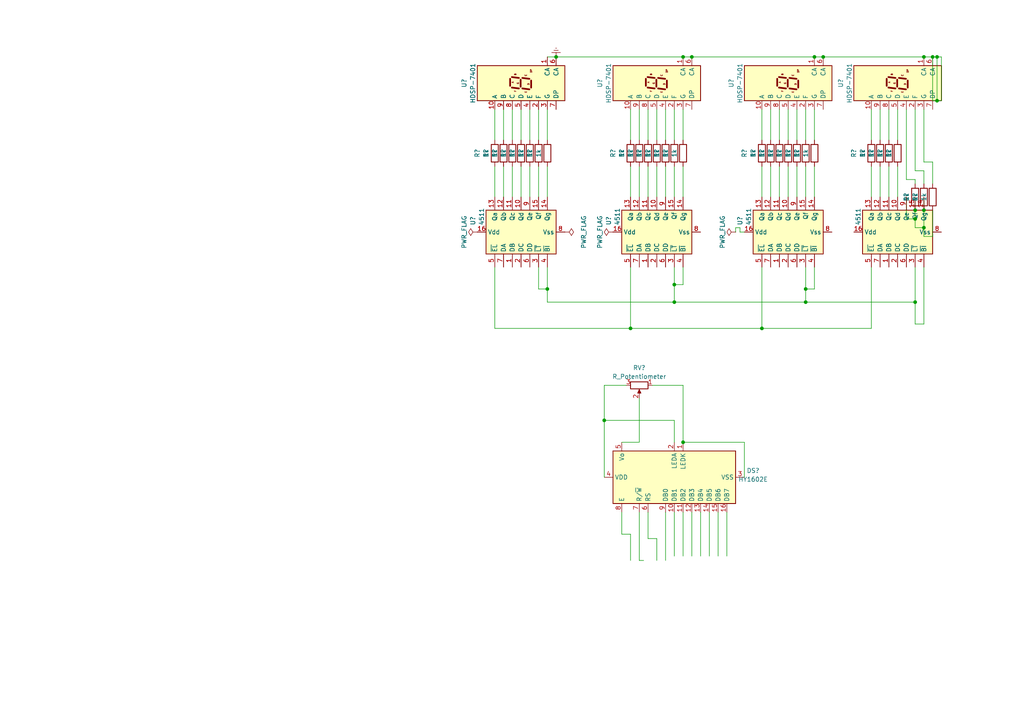
<source format=kicad_sch>
(kicad_sch (version 20230121) (generator eeschema)
  (paper "A4")
  (lib_symbols
    (symbol "4xxx_IEEE:4511"
      (property "Reference" "U" (at 8.89 11.43 0))
      (property "Value" "4511" (at 8.89 -11.43 0))
      (symbol "4511_0_1"
        (rectangle (start -6.35 10.16) (end 6.35 -10.16) (stroke (width 0.254)) (fill (type background)))
      )
      (symbol "4511_1_1"
        (pin input line (at -10.16 2.54 0) (length 3.81) (name "DB") (number "1"))
        (pin output line (at 10.16 0 180) (length 3.81) (name "Qd") (number "10"))
        (pin output line (at 10.16 2.54 180) (length 3.81) (name "Qc") (number "11"))
        (pin output line (at 10.16 5.08 180) (length 3.81) (name "Qb") (number "12"))
        (pin output line (at 10.16 7.62 180) (length 3.81) (name "Qa") (number "13"))
        (pin output line (at 10.16 -7.62 180) (length 3.81) (name "Qg") (number "14"))
        (pin output line (at 10.16 -5.08 180) (length 3.81) (name "Qf") (number "15"))
        (pin power_in line (at 0 12.7 270) (length 2.54) (name "Vdd") (number "16"))
        (pin input line (at -10.16 0 0) (length 3.81) (name "DC") (number "2"))
        (pin input line (at -10.16 -5.08 0) (length 3.81) (name "~{LT}") (number "3"))
        (pin input line (at -10.16 -7.62 0) (length 3.81) (name "~{BI}") (number "4"))
        (pin input line (at -10.16 7.62 0) (length 3.81) (name "~{EL}") (number "5"))
        (pin input line (at -10.16 -2.54 0) (length 3.81) (name "DD") (number "6"))
        (pin input line (at -10.16 5.08 0) (length 3.81) (name "DA") (number "7"))
        (pin power_in line (at 0 -12.7 90) (length 2.54) (name "Vss") (number "8"))
        (pin output line (at 10.16 -2.54 180) (length 3.81) (name "Qe") (number "9"))
      )
    )
    (symbol "Device:R" (pin_numbers hide) (pin_names (offset 0))
      (property "Reference" "R" (at 2.032 0 90))
      (property "Value" "R" (at 0 0 90))
      (symbol "R_0_1"
        (rectangle (start -1.016 -2.54) (end 1.016 2.54) (stroke (width 0.254)))
      )
      (symbol "R_1_1"
        (pin passive line (at 0 3.81 270) (length 1.27) (name "~") (number "1"))
        (pin passive line (at 0 -3.81 90) (length 1.27) (name "~") (number "2"))
      )
    )
    (symbol "Device:R_Potentiometer" (pin_names (offset 1.016) hide)
      (property "Reference" "RV" (at -4.445 0 90))
      (property "Value" "R_Potentiometer" (at -2.54 0 90))
      (symbol "R_Potentiometer_0_1"
        (polyline (pts (xy 2.54 0) (xy 1.524 0)))
        (polyline (pts (xy 1.143 0) (xy 2.286 0.508) (xy 2.286 -0.508) (xy 1.143 0)) (fill (type outline)))
        (rectangle (start 1.016 2.54) (end -1.016 -2.54) (stroke (width 0.254)))
      )
      (symbol "R_Potentiometer_1_1"
        (pin passive line (at 0 3.81 270) (length 1.27) (name "1") (number "1"))
        (pin passive line (at 3.81 0 180) (length 1.27) (name "2") (number "2"))
        (pin passive line (at 0 -3.81 90) (length 1.27) (name "3") (number "3"))
      )
    )
    (symbol "Display_Character:HDSP-7401"
      (property "Reference" "U" (at -3.81 13.97 0))
      (property "Value" "HDSP-7401" (at 6.35 13.97 0))
      (symbol "HDSP-7401_1_0"
        (text "A" (at 0.254 2.413 0) (effects (font (size 0.508 0.508))))
        (text "B" (at 2.54 1.651 0) (effects (font (size 0.508 0.508))))
        (text "C" (at 2.286 -1.397 0) (effects (font (size 0.508 0.508))))
        (text "D" (at -0.254 -2.159 0) (effects (font (size 0.508 0.508))))
        (text "DP" (at 3.556 -2.921 0) (effects (font (size 0.508 0.508))))
        (text "E" (at -2.54 -1.397 0) (effects (font (size 0.508 0.508))))
        (text "F" (at -2.286 1.651 0) (effects (font (size 0.508 0.508))))
        (text "G" (at 0 0.889 0) (effects (font (size 0.508 0.508))))
      )
      (symbol "HDSP-7401_1_1"
        (rectangle (start -5.08 12.7) (end 5.08 -12.7) (stroke (width 0.254)) (fill (type background)))
        (polyline (pts (xy -1.524 -0.381) (xy -1.778 -2.413)) (stroke (width 0.508)))
        (polyline (pts (xy -1.27 -2.921) (xy 0.762 -2.921)) (stroke (width 0.508)))
        (polyline (pts (xy -1.27 2.667) (xy -1.524 0.635)) (stroke (width 0.508)))
        (polyline (pts (xy -1.016 0.127) (xy 1.016 0.127)) (stroke (width 0.508)))
        (polyline (pts (xy -0.762 3.175) (xy 1.27 3.175)) (stroke (width 0.508)))
        (polyline (pts (xy 1.524 -0.381) (xy 1.27 -2.413)) (stroke (width 0.508)))
        (polyline (pts (xy 1.778 2.667) (xy 1.524 0.635)) (stroke (width 0.508)))
        (polyline (pts (xy 2.54 -2.921) (xy 2.54 -2.921)) (stroke (width 0.508)))
        (pin input line (at 7.62 -7.62 180) (length 2.54) (name "CA") (number "1"))
        (pin input line (at -7.62 7.62 0) (length 2.54) (name "A") (number "10"))
        (pin input line (at -7.62 -5.08 0) (length 2.54) (name "F") (number "2"))
        (pin input line (at -7.62 -7.62 0) (length 2.54) (name "G") (number "3"))
        (pin input line (at -7.62 -2.54 0) (length 2.54) (name "E") (number "4"))
        (pin input line (at -7.62 0 0) (length 2.54) (name "D") (number "5"))
        (pin input line (at 7.62 -10.16 180) (length 2.54) (name "CA") (number "6"))
        (pin input line (at -7.62 -10.16 0) (length 2.54) (name "DP") (number "7"))
        (pin input line (at -7.62 2.54 0) (length 2.54) (name "C") (number "8"))
        (pin input line (at -7.62 5.08 0) (length 2.54) (name "B") (number "9"))
      )
    )
    (symbol "Display_Character:HY1602E"
      (property "Reference" "DS" (at -6.096 19.05 0))
      (property "Value" "HY1602E" (at 5.08 19.05 0))
      (symbol "HY1602E_0_1"
        (rectangle (start -7.62 17.78) (end 7.62 -17.78) (stroke (width 0.254)) (fill (type background)))
      )
      (symbol "HY1602E_1_1"
        (pin passive line (at 10.16 -2.54 180) (length 2.54) (name "LEDK") (number "1"))
        (pin bidirectional line (at -10.16 0 0) (length 2.54) (name "DB1") (number "10"))
        (pin bidirectional line (at -10.16 -2.54 0) (length 2.54) (name "DB2") (number "11"))
        (pin bidirectional line (at -10.16 -5.08 0) (length 2.54) (name "DB3") (number "12"))
        (pin bidirectional line (at -10.16 -7.62 0) (length 2.54) (name "DB4") (number "13"))
        (pin bidirectional line (at -10.16 -10.16 0) (length 2.54) (name "DB5") (number "14"))
        (pin bidirectional line (at -10.16 -12.7 0) (length 2.54) (name "DB6") (number "15"))
        (pin bidirectional line (at -10.16 -15.24 0) (length 2.54) (name "DB7") (number "16"))
        (pin passive line (at 10.16 0 180) (length 2.54) (name "LEDA") (number "2"))
        (pin power_in line (at 0 -20.32 90) (length 2.54) (name "VSS") (number "3"))
        (pin power_in line (at 0 20.32 270) (length 2.54) (name "VDD") (number "4"))
        (pin input line (at 10.16 15.24 180) (length 2.54) (name "Vo") (number "5"))
        (pin input line (at -10.16 7.62 0) (length 2.54) (name "RS") (number "6"))
        (pin input line (at -10.16 10.16 0) (length 2.54) (name "R/~{W}") (number "7"))
        (pin input line (at -10.16 15.24 0) (length 2.54) (name "E") (number "8"))
        (pin bidirectional line (at -10.16 2.54 0) (length 2.54) (name "DB0") (number "9"))
      )
    )
    (symbol "power:Earth" (power) (pin_names (offset 0))
      (symbol "Earth_0_1"
        (polyline (pts (xy -0.635 -1.905) (xy 0.635 -1.905)))
        (polyline (pts (xy -0.127 -2.54) (xy 0.127 -2.54)))
        (polyline (pts (xy 0 -1.27) (xy 0 0)))
        (polyline (pts (xy 1.27 -1.27) (xy -1.27 -1.27)))
      )
      (symbol "Earth_1_1"
        (pin power_in line (at 0 0 270) (length 0) hide (name "Earth") (number "1"))
      )
    )
    (symbol "power:PWR_FLAG" (power) (pin_numbers hide) (pin_names (offset 0) hide)
      (property "Value" "PWR_FLAG" (at 0 3.81 0))
      (symbol "PWR_FLAG_0_0"
        (pin power_out line (at 0 0 90) (length 0) (name "pwr") (number "1"))
      )
      (symbol "PWR_FLAG_0_1"
        (polyline (pts (xy 0 0) (xy 0 1.27) (xy -1.016 1.905) (xy 0 2.54) (xy 1.016 1.905) (xy 0 1.27)))
      )
    )
  )
  (junction (at 265.43 63.5))
  (junction (at 220.98 95.25))
  (junction (at 238.76 16.51))
  (junction (at 233.68 87.63))
  (junction (at 158.75 83.82))
  (junction (at 233.68 83.82))
  (junction (at 161.29 16.51))
  (junction (at 267.97 66.04))
  (junction (at 182.88 95.25))
  (junction (at 267.97 16.51))
  (junction (at 236.22 16.51))
  (junction (at 175.26 121.92))
  (junction (at 271.78 29.21))
  (junction (at 265.43 87.63))
  (junction (at 198.12 128.27))
  (junction (at 270.51 16.51))
  (junction (at 200.66 16.51))
  (junction (at 195.58 82.55))
  (junction (at 267.97 60.96))
  (junction (at 271.78 16.51))
  (junction (at 198.12 16.51))
  (junction (at 195.58 87.63))
  (junction (at 265.43 60.96))
  (wire (pts (xy 195.58 82.55) (xy 195.58 87.63)))
  (wire (pts (xy 220.98 95.25) (xy 252.73 95.25)))
  (wire (pts (xy 158.75 31.75) (xy 158.75 40.64)))
  (wire (pts (xy 198.12 77.47) (xy 198.12 82.55)))
  (wire (pts (xy 198.12 111.76) (xy 198.12 128.27)))
  (wire (pts (xy 187.96 31.75) (xy 187.96 40.64)))
  (wire (pts (xy 198.12 16.51) (xy 200.66 16.51)))
  (wire (pts (xy 200.66 16.51) (xy 236.22 16.51)))
  (wire (pts (xy 252.73 95.25) (xy 252.73 77.47)))
  (wire (pts (xy 190.5 48.26) (xy 190.5 57.15)))
  (wire (pts (xy 220.98 31.75) (xy 220.98 40.64)))
  (wire (pts (xy 267.97 68.58) (xy 270.51 68.58)))
  (wire (pts (xy 270.51 16.51) (xy 270.51 29.21)))
  (wire (pts (xy 223.52 31.75) (xy 223.52 40.64)))
  (wire (pts (xy 185.42 31.75) (xy 185.42 40.64)))
  (wire (pts (xy 236.22 48.26) (xy 236.22 57.15)))
  (wire (pts (xy 143.51 95.25) (xy 182.88 95.25)))
  (wire (pts (xy 233.68 83.82) (xy 233.68 87.63)))
  (wire (pts (xy 143.51 77.47) (xy 143.51 95.25)))
  (wire (pts (xy 257.81 31.75) (xy 257.81 40.64)))
  (wire (pts (xy 213.36 66.04) (xy 213.36 67.31)))
  (wire (pts (xy 182.88 77.47) (xy 182.88 95.25)))
  (wire (pts (xy 215.9 67.31) (xy 214.63 67.31)))
  (wire (pts (xy 262.89 63.5) (xy 262.89 57.15)))
  (wire (pts (xy 265.43 93.98) (xy 267.97 93.98)))
  (wire (pts (xy 187.96 48.26) (xy 187.96 57.15)))
  (wire (pts (xy 158.75 77.47) (xy 158.75 83.82)))
  (wire (pts (xy 156.21 31.75) (xy 156.21 40.64)))
  (wire (pts (xy 236.22 77.47) (xy 236.22 83.82)))
  (wire (pts (xy 260.35 31.75) (xy 260.35 40.64)))
  (wire (pts (xy 185.42 148.59) (xy 185.42 162.56)))
  (wire (pts (xy 215.9 138.43) (xy 215.9 128.27)))
  (wire (pts (xy 265.43 49.53) (xy 267.97 49.53)))
  (wire (pts (xy 270.51 16.51) (xy 271.78 16.51)))
  (wire (pts (xy 158.75 16.51) (xy 161.29 16.51)))
  (wire (pts (xy 265.43 52.07) (xy 265.43 53.34)))
  (wire (pts (xy 193.04 31.75) (xy 193.04 40.64)))
  (wire (pts (xy 233.68 31.75) (xy 233.68 40.64)))
  (wire (pts (xy 265.43 63.5) (xy 265.43 60.96)))
  (wire (pts (xy 223.52 48.26) (xy 223.52 57.15)))
  (wire (pts (xy 271.78 16.51) (xy 273.05 16.51)))
  (wire (pts (xy 143.51 31.75) (xy 143.51 40.64)))
  (wire (pts (xy 208.28 148.59) (xy 208.28 161.29)))
  (wire (pts (xy 265.43 77.47) (xy 265.43 87.63)))
  (wire (pts (xy 214.63 67.31) (xy 214.63 66.04)))
  (wire (pts (xy 228.6 31.75) (xy 228.6 40.64)))
  (wire (pts (xy 226.06 48.26) (xy 226.06 57.15)))
  (wire (pts (xy 190.5 31.75) (xy 190.5 40.64)))
  (wire (pts (xy 182.88 31.75) (xy 182.88 40.64)))
  (wire (pts (xy 267.97 66.04) (xy 267.97 60.96)))
  (wire (pts (xy 156.21 48.26) (xy 156.21 57.15)))
  (wire (pts (xy 210.82 148.59) (xy 210.82 161.29)))
  (wire (pts (xy 226.06 31.75) (xy 226.06 40.64)))
  (wire (pts (xy 238.76 16.51) (xy 267.97 16.51)))
  (wire (pts (xy 185.42 162.56) (xy 186.69 162.56)))
  (wire (pts (xy 220.98 77.47) (xy 220.98 95.25)))
  (wire (pts (xy 193.04 48.26) (xy 193.04 57.15)))
  (wire (pts (xy 262.89 52.07) (xy 265.43 52.07)))
  (wire (pts (xy 182.88 48.26) (xy 182.88 57.15)))
  (wire (pts (xy 185.42 128.27) (xy 180.34 128.27)))
  (wire (pts (xy 161.29 16.51) (xy 198.12 16.51)))
  (wire (pts (xy 198.12 48.26) (xy 198.12 57.15)))
  (wire (pts (xy 228.6 48.26) (xy 228.6 57.15)))
  (wire (pts (xy 195.58 77.47) (xy 195.58 82.55)))
  (wire (pts (xy 271.78 29.21) (xy 270.51 29.21)))
  (wire (pts (xy 270.51 68.58) (xy 270.51 60.96)))
  (wire (pts (xy 265.43 87.63) (xy 233.68 87.63)))
  (wire (pts (xy 146.05 48.26) (xy 146.05 57.15)))
  (wire (pts (xy 146.05 31.75) (xy 146.05 40.64)))
  (wire (pts (xy 220.98 48.26) (xy 220.98 57.15)))
  (wire (pts (xy 187.96 156.21) (xy 190.5 156.21)))
  (wire (pts (xy 236.22 31.75) (xy 236.22 40.64)))
  (wire (pts (xy 158.75 48.26) (xy 158.75 57.15)))
  (wire (pts (xy 233.68 87.63) (xy 195.58 87.63)))
  (wire (pts (xy 265.43 66.04) (xy 267.97 66.04)))
  (wire (pts (xy 257.81 48.26) (xy 257.81 57.15)))
  (wire (pts (xy 151.13 48.26) (xy 151.13 57.15)))
  (wire (pts (xy 195.58 87.63) (xy 158.75 87.63)))
  (wire (pts (xy 182.88 154.94) (xy 182.88 162.56)))
  (wire (pts (xy 175.26 121.92) (xy 175.26 111.76)))
  (wire (pts (xy 148.59 48.26) (xy 148.59 57.15)))
  (wire (pts (xy 156.21 77.47) (xy 156.21 83.82)))
  (wire (pts (xy 271.78 16.51) (xy 271.78 29.21)))
  (wire (pts (xy 180.34 148.59) (xy 180.34 154.94)))
  (wire (pts (xy 180.34 154.94) (xy 182.88 154.94)))
  (wire (pts (xy 267.97 46.99) (xy 270.51 46.99)))
  (wire (pts (xy 148.59 31.75) (xy 148.59 40.64)))
  (wire (pts (xy 255.27 31.75) (xy 255.27 40.64)))
  (wire (pts (xy 185.42 48.26) (xy 185.42 57.15)))
  (wire (pts (xy 153.67 31.75) (xy 153.67 40.64)))
  (wire (pts (xy 231.14 31.75) (xy 231.14 40.64)))
  (wire (pts (xy 185.42 115.57) (xy 185.42 128.27)))
  (wire (pts (xy 215.9 128.27) (xy 198.12 128.27)))
  (wire (pts (xy 262.89 63.5) (xy 265.43 63.5)))
  (wire (pts (xy 195.58 31.75) (xy 195.58 40.64)))
  (wire (pts (xy 233.68 48.26) (xy 233.68 57.15)))
  (wire (pts (xy 195.58 48.26) (xy 195.58 57.15)))
  (wire (pts (xy 187.96 148.59) (xy 187.96 156.21)))
  (wire (pts (xy 175.26 111.76) (xy 181.61 111.76)))
  (wire (pts (xy 252.73 48.26) (xy 252.73 57.15)))
  (wire (pts (xy 267.97 31.75) (xy 267.97 46.99)))
  (wire (pts (xy 205.74 148.59) (xy 205.74 161.29)))
  (wire (pts (xy 255.27 48.26) (xy 255.27 57.15)))
  (wire (pts (xy 153.67 48.26) (xy 153.67 57.15)))
  (wire (pts (xy 267.97 68.58) (xy 267.97 66.04)))
  (wire (pts (xy 267.97 60.96) (xy 267.97 57.15)))
  (wire (pts (xy 236.22 16.51) (xy 238.76 16.51)))
  (wire (pts (xy 273.05 29.21) (xy 271.78 29.21)))
  (wire (pts (xy 273.05 16.51) (xy 273.05 29.21)))
  (wire (pts (xy 265.43 31.75) (xy 265.43 49.53)))
  (wire (pts (xy 265.43 66.04) (xy 265.43 63.5)))
  (wire (pts (xy 182.88 95.25) (xy 220.98 95.25)))
  (wire (pts (xy 193.04 148.59) (xy 193.04 162.56)))
  (wire (pts (xy 158.75 83.82) (xy 158.75 87.63)))
  (wire (pts (xy 190.5 156.21) (xy 190.5 162.56)))
  (wire (pts (xy 213.36 66.04) (xy 214.63 66.04)))
  (wire (pts (xy 198.12 82.55) (xy 195.58 82.55)))
  (wire (pts (xy 252.73 31.75) (xy 252.73 40.64)))
  (wire (pts (xy 143.51 48.26) (xy 143.51 57.15)))
  (wire (pts (xy 198.12 31.75) (xy 198.12 40.64)))
  (wire (pts (xy 265.43 93.98) (xy 265.43 87.63)))
  (wire (pts (xy 262.89 31.75) (xy 262.89 52.07)))
  (wire (pts (xy 203.2 148.59) (xy 203.2 161.29)))
  (wire (pts (xy 151.13 31.75) (xy 151.13 40.64)))
  (wire (pts (xy 195.58 148.59) (xy 195.58 161.29)))
  (wire (pts (xy 233.68 77.47) (xy 233.68 83.82)))
  (wire (pts (xy 231.14 48.26) (xy 231.14 57.15)))
  (wire (pts (xy 156.21 83.82) (xy 158.75 83.82)))
  (wire (pts (xy 267.97 49.53) (xy 267.97 53.34)))
  (wire (pts (xy 189.23 111.76) (xy 198.12 111.76)))
  (wire (pts (xy 267.97 16.51) (xy 270.51 16.51)))
  (wire (pts (xy 195.58 121.92) (xy 175.26 121.92)))
  (wire (pts (xy 200.66 148.59) (xy 200.66 161.29)))
  (wire (pts (xy 267.97 77.47) (xy 267.97 93.98)))
  (wire (pts (xy 260.35 48.26) (xy 260.35 57.15)))
  (wire (pts (xy 236.22 83.82) (xy 233.68 83.82)))
  (wire (pts (xy 198.12 148.59) (xy 198.12 161.29)))
  (wire (pts (xy 265.43 60.96) (xy 265.43 57.15)))
  (wire (pts (xy 195.58 128.27) (xy 195.58 121.92)))
  (wire (pts (xy 270.51 46.99) (xy 270.51 53.34)))
  (wire (pts (xy 175.26 138.43) (xy 175.26 121.92)))
  (symbol (lib_id "Device:R_Potentiometer") (at 185.42 111.76 270) (unit 1)
    (property "Reference" "RV?" (at 185.42 106.68 90))
    (property "Value" "R_Potentiometer" (at 185.42 109.22 90))
  )
  (symbol (lib_id "Display_Character:HDSP-7401") (at 228.6 24.13 90) (unit 1)
    (property "Reference" "U?" (at 212.09 24.13 0))
    (property "Value" "HDSP-7401" (at 214.63 24.13 0))
    (property "Footprint" "Display_7Segment:HDSP-7401" (effects hide))
    (property "Datasheet" "https://docs.broadcom.com/docs/AV02-2553EN" (effects hide))
  )
  (symbol (lib_id "Device:R") (at 146.05 44.45 180) (unit 1)
    (property "Reference" "R?" (at 140.97 44.45 90))
    (property "Value" "1k" (at 143.51 44.45 90))
  )
  (symbol (lib_id "Device:R") (at 220.98 44.45 180) (unit 1)
    (property "Reference" "R?" (at 215.9 44.45 90))
    (property "Value" "1k" (at 218.44 44.45 90))
  )
  (symbol (lib_id "Device:R") (at 265.43 57.15 180) (unit 1)
    (property "Reference" "R?" (at 257.81 44.45 90))
    (property "Value" "1k" (at 262.89 57.15 90))
  )
  (symbol (lib_id "Device:R") (at 182.88 44.45 180) (unit 1)
    (property "Reference" "R?" (at 177.8 44.45 90))
    (property "Value" "1k" (at 180.34 44.45 90))
  )
  (symbol (lib_id "power:PWR_FLAG") (at 177.8 67.31 90) (unit 1)
    (property "Reference" "#FLG05" (effects hide))
    (property "Value" "PWR_FLAG" (at 173.99 67.31 0))
  )
  (symbol (lib_id "Device:R") (at 233.68 44.45 180) (unit 1)
    (property "Reference" "R?" (at 228.6 44.45 90))
    (property "Value" "1k" (at 231.14 44.45 90))
  )
  (symbol (lib_id "power:PWR_FLAG") (at 138.43 67.31 90) (unit 1)
    (property "Reference" "#FLG07" (effects hide))
    (property "Value" "PWR_FLAG" (at 134.62 67.31 0))
  )
  (symbol (lib_id "4xxx_IEEE:4511") (at 190.5 67.31 90) (unit 1)
    (property "Reference" "U?" (at 176.53 65.3541 0) (effects (justify left)))
    (property "Value" "4511" (at 179.07 65.3541 0) (effects (justify left)))
  )
  (symbol (lib_id "power:Earth") (at 161.29 16.51 180) (unit 1)
    (property "Reference" "#PWR01" (effects hide))
    (property "Value" "Earth" (effects hide))
  )
  (symbol (lib_id "Device:R") (at 231.14 44.45 180) (unit 1)
    (property "Reference" "R?" (at 226.06 44.45 90))
    (property "Value" "1k" (at 228.6 44.45 90))
  )
  (symbol (lib_id "Device:R") (at 270.51 57.15 180) (unit 1)
    (property "Reference" "R?" (at 265.43 57.15 90))
    (property "Value" "1k" (at 267.97 57.15 90))
  )
  (symbol (lib_id "Device:R") (at 190.5 44.45 180) (unit 1)
    (property "Reference" "R?" (at 185.42 44.45 90))
    (property "Value" "1k" (at 187.96 44.45 90))
  )
  (symbol (lib_id "4xxx_IEEE:4511") (at 228.6 67.31 90) (unit 1)
    (property "Reference" "U?" (at 214.63 65.3541 0) (effects (justify left)))
    (property "Value" "4511" (at 217.17 65.3541 0) (effects (justify left)))
  )
  (symbol (lib_id "Display_Character:HDSP-7401") (at 190.5 24.13 90) (unit 1)
    (property "Reference" "U?" (at 173.99 24.13 0))
    (property "Value" "HDSP-7401" (at 176.53 24.13 0))
    (property "Footprint" "Display_7Segment:HDSP-7401" (effects hide))
    (property "Datasheet" "https://docs.broadcom.com/docs/AV02-2553EN" (effects hide))
  )
  (symbol (lib_id "Display_Character:HY1602E") (at 195.58 138.43 90) (unit 1)
    (property "Reference" "DS?" (at 218.44 136.4997 90))
    (property "Value" "HY1602E" (at 218.44 139.0397 90))
    (property "Footprint" "Display:WC1602A" (effects hide))
    (property "Datasheet" "http://www.icbank.com/data/ICBShop/board/HY1602E.pdf" (effects hide))
  )
  (symbol (lib_id "Device:R") (at 195.58 44.45 180) (unit 1)
    (property "Reference" "R?" (at 190.5 44.45 90))
    (property "Value" "1k" (at 193.04 44.45 90))
  )
  (symbol (lib_id "Device:R") (at 260.35 44.45 180) (unit 1)
    (property "Reference" "R?" (at 255.27 44.45 90))
    (property "Value" "1k" (at 257.81 44.45 90))
  )
  (symbol (lib_id "4xxx_IEEE:4511") (at 260.35 67.31 90) (unit 1)
    (property "Reference" "U?" (effects hide))
    (property "Value" "4511" (at 248.92 65.3541 0) (effects (justify left)))
  )
  (symbol (lib_id "Device:R") (at 143.51 44.45 180) (unit 1)
    (property "Reference" "R?" (at 138.43 44.45 90))
    (property "Value" "1k" (at 140.97 44.45 90))
  )
  (symbol (lib_id "power:PWR_FLAG") (at 213.36 67.31 90) (unit 1)
    (property "Reference" "#FLG03" (effects hide))
    (property "Value" "PWR_FLAG" (at 209.55 67.31 0))
  )
  (symbol (lib_id "Device:R") (at 198.12 44.45 180) (unit 1)
    (property "Reference" "R?" (at 193.04 44.45 90))
    (property "Value" "1k" (at 195.58 44.45 90))
  )
  (symbol (lib_id "Device:R") (at 187.96 44.45 180) (unit 1)
    (property "Reference" "R?" (at 182.88 44.45 90))
    (property "Value" "1k" (at 185.42 44.45 90))
  )
  (symbol (lib_id "Device:R") (at 226.06 44.45 180) (unit 1)
    (property "Reference" "R?" (at 220.98 44.45 90))
    (property "Value" "1k" (at 223.52 44.45 90))
  )
  (symbol (lib_id "4xxx_IEEE:4511") (at 151.13 67.31 90) (unit 1)
    (property "Reference" "U?" (at 137.16 65.3541 0) (effects (justify left)))
    (property "Value" "4511" (at 139.7 65.3541 0) (effects (justify left)))
  )
  (symbol (lib_id "Device:R") (at 257.81 44.45 180) (unit 1)
    (property "Reference" "R?" (at 252.73 44.45 90))
    (property "Value" "1k" (at 255.27 44.45 90))
  )
  (symbol (lib_id "Device:R") (at 228.6 44.45 180) (unit 1)
    (property "Reference" "R?" (at 223.52 44.45 90))
    (property "Value" "1k" (at 226.06 44.45 90))
  )
  (symbol (lib_id "Device:R") (at 255.27 44.45 180) (unit 1)
    (property "Reference" "R?" (at 250.19 44.45 90))
    (property "Value" "1k" (at 252.73 44.45 90))
  )
  (symbol (lib_id "power:PWR_FLAG") (at 163.83 67.31 270) (unit 1)
    (property "Reference" "#FLG08" (effects hide))
    (property "Value" "PWR_FLAG" (at 169.3212 67.31 0))
  )
  (symbol (lib_id "Display_Character:HDSP-7401") (at 151.13 24.13 90) (unit 1)
    (property "Reference" "U?" (at 134.62 24.13 0))
    (property "Value" "HDSP-7401" (at 137.16 24.13 0))
    (property "Footprint" "Display_7Segment:HDSP-7401" (effects hide))
    (property "Datasheet" "https://docs.broadcom.com/docs/AV02-2553EN" (effects hide))
  )
  (symbol (lib_id "Device:R") (at 148.59 44.45 180) (unit 1)
    (property "Reference" "R?" (at 143.51 44.45 90))
    (property "Value" "1k" (at 146.05 44.45 90))
  )
  (symbol (lib_id "Device:R") (at 236.22 44.45 180) (unit 1)
    (property "Reference" "R?" (at 231.14 44.45 90))
    (property "Value" "1k" (at 233.68 44.45 90))
  )
  (symbol (lib_id "Device:R") (at 151.13 44.45 180) (unit 1)
    (property "Reference" "R?" (at 146.05 44.45 90))
    (property "Value" "1k" (at 148.59 44.45 90))
  )
  (symbol (lib_id "Device:R") (at 156.21 44.45 180) (unit 1)
    (property "Reference" "R?" (at 151.13 44.45 90))
    (property "Value" "1k" (at 153.67 44.45 90))
  )
  (symbol (lib_id "Device:R") (at 252.73 44.45 180) (unit 1)
    (property "Reference" "R?" (at 247.65 44.45 90))
    (property "Value" "1k" (at 250.19 44.45 90))
  )
  (symbol (lib_id "Device:R") (at 267.97 57.15 180) (unit 1)
    (property "Reference" "R?" (at 262.89 57.15 90))
    (property "Value" "1k" (at 265.43 57.15 90))
  )
  (symbol (lib_id "Display_Character:HDSP-7401") (at 260.35 24.13 90) (unit 1)
    (property "Reference" "U?" (at 243.84 24.13 0))
    (property "Value" "HDSP-7401" (at 246.38 24.13 0))
    (property "Footprint" "Display_7Segment:HDSP-7401" (effects hide))
    (property "Datasheet" "https://docs.broadcom.com/docs/AV02-2553EN" (effects hide))
  )
  (symbol (lib_id "Device:R") (at 223.52 44.45 180) (unit 1)
    (property "Reference" "R?" (at 218.44 44.45 90))
    (property "Value" "1k" (at 220.98 44.45 90))
  )
  (symbol (lib_id "Device:R") (at 193.04 44.45 180) (unit 1)
    (property "Reference" "R?" (at 187.96 44.45 90))
    (property "Value" "1k" (at 190.5 44.45 90))
  )
  (symbol (lib_id "Device:R") (at 153.67 44.45 180) (unit 1)
    (property "Reference" "R?" (at 148.59 44.45 90))
    (property "Value" "1k" (at 151.13 44.45 90))
  )
  (symbol (lib_id "Device:R") (at 158.75 44.45 180) (unit 1)
    (property "Reference" "R?" (at 153.67 44.45 90))
    (property "Value" "1k" (at 156.21 44.45 90))
  )
  (symbol (lib_id "Device:R") (at 185.42 44.45 180) (unit 1)
    (property "Reference" "R?" (at 180.34 44.45 90))
    (property "Value" "1k" (at 182.88 44.45 90))
  )
)
</source>
